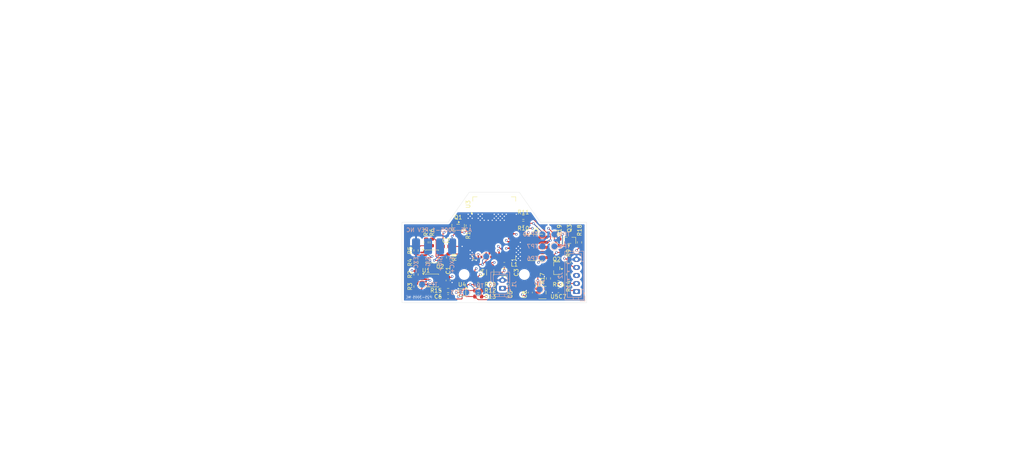
<source format=kicad_pcb>
(kicad_pcb
	(version 20241229)
	(generator "pcbnew")
	(generator_version "9.0")
	(general
		(thickness 1.6472)
		(legacy_teardrops no)
	)
	(paper "A4")
	(title_block
		(rev "${REVISION}")
		(company "${COMPANY}")
	)
	(layers
		(0 "F.Cu" signal)
		(4 "In1.Cu" signal)
		(6 "In2.Cu" power)
		(2 "B.Cu" power)
		(9 "F.Adhes" user "F.Adhesive")
		(11 "B.Adhes" user "B.Adhesive")
		(13 "F.Paste" user)
		(15 "B.Paste" user)
		(5 "F.SilkS" user "F.Silkscreen")
		(7 "B.SilkS" user "B.Silkscreen")
		(1 "F.Mask" user)
		(3 "B.Mask" user)
		(17 "Dwgs.User" user "AssyTitlePage")
		(19 "Cmts.User" user "User.Comments")
		(21 "Eco1.User" user "F.DNP")
		(23 "Eco2.User" user "B.DNP")
		(25 "Edge.Cuts" user)
		(27 "Margin" user)
		(31 "F.CrtYd" user "F.Courtyard")
		(29 "B.CrtYd" user "B.Courtyard")
		(35 "F.Fab" user)
		(33 "B.Fab" user)
		(39 "User.1" user "DrillMap")
		(41 "User.2" front "F.TestPoint")
		(43 "User.3" back "B.TestPoint")
		(45 "User.4" front "F.AssemblyText")
		(47 "User.5" back "B.AssemblyText")
		(49 "User.6" front "F.Dimensions")
		(51 "User.7" back "B.Dimensions")
		(53 "User.8" front "F.TestPointList")
		(55 "User.9" back "B.TestPointList")
	)
	(setup
		(stackup
			(layer "F.SilkS"
				(type "Top Silk Screen")
				(color "White")
			)
			(layer "F.Paste"
				(type "Top Solder Paste")
			)
			(layer "F.Mask"
				(type "Top Solder Mask")
				(color "Green")
				(thickness 0.0305)
			)
			(layer "F.Cu"
				(type "copper")
				(thickness 0.035)
			)
			(layer "dielectric 1"
				(type "prepreg")
				(color "FR4 natural")
				(thickness 0.2104)
				(material "FR4")
				(epsilon_r 4.4)
				(loss_tangent 0.02)
			)
			(layer "In1.Cu"
				(type "copper")
				(thickness 0.0152)
			)
			(layer "dielectric 2"
				(type "core")
				(color "FR4 natural")
				(thickness 1.065)
				(material "FR4")
				(epsilon_r 4.6)
				(loss_tangent 0.02)
			)
			(layer "In2.Cu"
				(type "copper")
				(thickness 0.0152)
			)
			(layer "dielectric 3"
				(type "prepreg")
				(color "FR4 natural")
				(thickness 0.2104)
				(material "FR4")
				(epsilon_r 4.4)
				(loss_tangent 0.02)
			)
			(layer "B.Cu"
				(type "copper")
				(thickness 0.035)
			)
			(layer "B.Mask"
				(type "Bottom Solder Mask")
				(color "Green")
				(thickness 0.0305)
			)
			(layer "B.Paste"
				(type "Bottom Solder Paste")
			)
			(layer "B.SilkS"
				(type "Bottom Silk Screen")
				(color "White")
			)
			(copper_finish "HAL SnPb")
			(dielectric_constraints no)
		)
		(pad_to_mask_clearance 0)
		(allow_soldermask_bridges_in_footprints no)
		(tenting front back)
		(aux_axis_origin 125 100)
		(pcbplotparams
			(layerselection 0x00000000_00000000_55555555_5755f5ff)
			(plot_on_all_layers_selection 0x00000000_00000000_00000000_00000000)
			(disableapertmacros no)
			(usegerberextensions no)
			(usegerberattributes yes)
			(usegerberadvancedattributes yes)
			(creategerberjobfile yes)
			(dashed_line_dash_ratio 12.000000)
			(dashed_line_gap_ratio 3.000000)
			(svgprecision 4)
			(plotframeref no)
			(mode 1)
			(useauxorigin no)
			(hpglpennumber 1)
			(hpglpenspeed 20)
			(hpglpendiameter 15.000000)
			(pdf_front_fp_property_popups yes)
			(pdf_back_fp_property_popups yes)
			(pdf_metadata yes)
			(pdf_single_document no)
			(dxfpolygonmode yes)
			(dxfimperialunits yes)
			(dxfusepcbnewfont yes)
			(psnegative no)
			(psa4output no)
			(plot_black_and_white yes)
			(sketchpadsonfab no)
			(plotpadnumbers no)
			(hidednponfab no)
			(sketchdnponfab yes)
			(crossoutdnponfab yes)
			(subtractmaskfromsilk no)
			(outputformat 1)
			(mirror no)
			(drillshape 1)
			(scaleselection 1)
			(outputdirectory "")
		)
	)
	(property "ASSEMBLY_NAME" "Assembly Name")
	(property "ASSEMBLY_NOTES" "")
	(property "ASSEMBLY_NUMBER" "A99-9000")
	(property "ASSEMBLY_SCALE" "1")
	(property "COMPANY" "Asymworks, LLC")
	(property "DESIGNER" "JPK")
	(property "DWG_NUMBER_PCB" "P99-9000")
	(property "DWG_NUMBER_SCH" "S99-9000")
	(property "DWG_TITLE_ASSY" "PCB Assembly, Assembly Name")
	(property "DWG_TITLE_PCB" "PCB, Assembly Name")
	(property "DWG_TITLE_SCH" "Schematic, Assembly Name")
	(property "FABRICATION_NOTES" "FABRICATION NOTES (UNLESS OTHERWISE SPECIFIED)\n\n1)	FABRICATE PER IPC-6012A CLASS 2.\n\n2)	OUTLINE DEFINED IN SEPARATE GERBER FILE WITH\n	\"Edge_Cuts.GBR\" SUFFIX.\n\n3)	SEE SEPARATE DRILL FILES WITH \".DRL\" SUFFIX \n	FOR HOLE LOCATIONS.\n\n	SELECTED HOLE LOCATIONS SHOWN ON THIS DRAWING \n	FOR REFERENCE ONLY.\n\n4)	SURFACE FINISH: HAL SNPB\n\n5)	SOLDERMASK ON BOTH SIDES OF THE BOARD SHALL \n	BE LPI, COLOR GREEN.\n\n6)	SILK SCREEN LEGEND TO BE APPLIED PER LAYER \n	STACKUP USING WHITE NON-CONDUCTIVE EPOXY INK.\n\n7)	ALL VIAS ARE TENTED ON BOTH SIDES UNLESS \n	SOLDERMASK OPENED IN GERBER.\n\n8)	RESERVED\n\n9)	PCB MATERIAL REQUIREMENTS:\n\n	A.	FLAMMABILITY RATING MUST MEET OR EXCEED \n		UL94V-0 REQUIREMENTS.\n	B.	Tg 135 C OR EQUIVALENT.\n\n10)	DESIGN GEOMETRY MINIMUM FEATURE SIZES:\n\n	BOARD SIZE				46.000 × 27.500 mm\n	BOARD THICKNESS		1.647 mm\n	TRACE WIDTH			0.100 mm\n	TRACE TO TRACE		0.200 mm\n	MIN. HOLE (PTH)			0.300 mm\n	MIN. HOLE (NPTH)		2.200 mm\n	ANNULAR RING			0.150 mm\n	COPPER TO HOLE		0.250 mm\n	COPPER TO EDGE		0.500 mm\n	HOLE TO HOLE			0.250 mm\n\n11)	ALL DIMENSIONS ARE IN MILLIMETERS UNLESS OTHERWISE\n	SPECIFIED.")
	(property "GIT_HASH" "c00f1ce")
	(property "GIT_HASH_PCB" "1fa3de1")
	(property "GIT_HASH_SCH" "8e94e7b")
	(property "GIT_URL" "/jkrauss/Test_4")
	(property "PROJECT_CODE" "P99")
	(property "RELEASE_DATE" "2026-03-06")
	(property "RELEASE_STATE" "WORKING")
	(property "REVISION" "NO_TAG+ (Unreleased)")
	(property "SCALE" "2:1")
	(property "SCHEMATIC_NOTES" "Unless otherwise specified, components Values are in ohms, µF, and µH.")
	(property "SHEET_NAME_01" "Cover Page")
	(property "SHEET_NAME_02" "Block Diagram")
	(property "SHEET_NAME_03" "Project Architecture")
	(property "SHEET_NAME_04" "Load Cell Amp")
	(property "SHEET_NAME_05" "BLE Controller")
	(property "SHEET_NAME_06" "Power and Interface")
	(property "SHEET_NAME_07" "Parts List")
	(property "SHEET_NAME_08" "......................................")
	(property "SHEET_NAME_09" "......................................")
	(property "SHEET_NAME_10" "......................................")
	(property "SHEET_NAME_11" "......................................")
	(property "SHEET_NAME_12" "......................................")
	(property "SHEET_NAME_13" "......................................")
	(property "SHEET_NAME_14" "......................................")
	(property "SHEET_NAME_15" "......................................")
	(property "SHEET_NAME_16" "......................................")
	(property "SHEET_NAME_17" "......................................")
	(property "SHEET_NAME_18" "......................................")
	(property "SHEET_NAME_19" "......................................")
	(property "SHEET_NAME_20" "......................................")
	(property "STATE" "TEMPLATE")
	(property "VARIANT" "")
	(net 0 "")
	(net 1 "GND")
	(net 2 "+3.3V")
	(net 3 "VDD")
	(net 4 "Net-(J1-Pin_1)")
	(net 5 "Net-(U4-VDD)")
	(net 6 "VBUS")
	(net 7 "/Project Architecture/Power and Interface/CHARGE_LED_IO")
	(net 8 "/Project Architecture/Power and Interface/PAIR_LED_IO")
	(net 9 "/Project Architecture/BLE Controller/~{PAIR_SW}")
	(net 10 "/Project Architecture/Power and Interface/SWDIO")
	(net 11 "unconnected-(J3-SWO{slash}TDO-Pad6)")
	(net 12 "/Project Architecture/Power and Interface/SWDCLK")
	(net 13 "/Project Architecture/Power and Interface/~{RESET}")
	(net 14 "unconnected-(J3-NC{slash}TDI-Pad8)")
	(net 15 "unconnected-(J3-KEY-Pad7)")
	(net 16 "Net-(U3-DCCH)")
	(net 17 "/Project Architecture/BLE Controller/~{LOAD_CELL_EN}")
	(net 18 "/Project Architecture/Load Cell Amp/EXC+")
	(net 19 "Net-(Q2-S)")
	(net 20 "/Project Architecture/Power and Interface/STAT")
	(net 21 "Net-(Q3-S)")
	(net 22 "/Project Architecture/BLE Controller/~{PAIR_LED}")
	(net 23 "Net-(U1A-+)")
	(net 24 "Net-(U1A--)")
	(net 25 "Net-(U2A--)")
	(net 26 "Net-(R5-Pad1)")
	(net 27 "Net-(U2B--)")
	(net 28 "/Project Architecture/BLE Controller/LOAD_CELL")
	(net 29 "Net-(U3-SWDIO)")
	(net 30 "Net-(U3-SWDCLK)")
	(net 31 "/Project Architecture/BLE Controller/SDA")
	(net 32 "/Project Architecture/BLE Controller/SCL")
	(net 33 "Net-(U4-BIN)")
	(net 34 "Net-(U5-PROG)")
	(net 35 "/Project Architecture/BLE Controller/~{BATT_INT}")
	(net 36 "Net-(U1B--)")
	(net 37 "/Project Architecture/Load Cell Amp/SIG-")
	(net 38 "/Project Architecture/Load Cell Amp/SIG+")
	(net 39 "unconnected-(U3-P0.01-Pad18)")
	(net 40 "unconnected-(U3-D--Pad34)")
	(net 41 "unconnected-(U3-P0.08-Pad24)")
	(net 42 "unconnected-(U3-P1.15-Pad8)")
	(net 43 "unconnected-(U3-P0.10-Pad54)")
	(net 44 "unconnected-(U3-P0.28-Pad13)")
	(net 45 "unconnected-(U3-P0.16-Pad38)")
	(net 46 "unconnected-(U3-P1.00-Pad47)")
	(net 47 "unconnected-(U3-P1.03-Pad60)")
	(net 48 "unconnected-(U3-P1.06-Pad57)")
	(net 49 "unconnected-(U3-P0.23-Pad45)")
	(net 50 "unconnected-(U3-P0.02-Pad11)")
	(net 51 "unconnected-(U3-P0.26-Pad19)")
	(net 52 "unconnected-(U3-P1.12-Pad5)")
	(net 53 "unconnected-(U3-P0.17-Pad41)")
	(net 54 "unconnected-(U3-P1.09-Pad26)")
	(net 55 "unconnected-(U3-P0.13-Pad37)")
	(net 56 "unconnected-(U3-P0.00-Pad17)")
	(net 57 "unconnected-(U3-P1.10-Pad3)")
	(net 58 "unconnected-(U3-P0.06-Pad22)")
	(net 59 "unconnected-(U3-P0.15-Pad39)")
	(net 60 "unconnected-(U3-P0.05-Pad21)")
	(net 61 "unconnected-(U3-P0.22-Pad46)")
	(net 62 "unconnected-(U3-P1.07-Pad58)")
	(net 63 "unconnected-(U3-P1.04-Pad56)")
	(net 64 "unconnected-(U3-D+-Pad35)")
	(net 65 "unconnected-(U3-P0.19-Pad42)")
	(net 66 "unconnected-(U3-VBUS-Pad32)")
	(net 67 "unconnected-(U3-P1.08-Pad25)")
	(net 68 "unconnected-(U3-P0.07-Pad23)")
	(net 69 "unconnected-(U3-P1.05-Pad59)")
	(net 70 "unconnected-(U3-P0.09-Pad52)")
	(net 71 "unconnected-(U3-P1.13-Pad6)")
	(net 72 "unconnected-(U3-P0.29-Pad10)")
	(net 73 "unconnected-(U3-P1.14-Pad7)")
	(net 74 "unconnected-(U3-P0.21-Pad43)")
	(net 75 "unconnected-(U3-P0.25-Pad49)")
	(net 76 "unconnected-(U3-P0.24-Pad48)")
	(net 77 "unconnected-(U3-P0.03-Pad9)")
	(net 78 "unconnected-(U3-P0.31-Pad12)")
	(net 79 "unconnected-(U3-P0.30-Pad14)")
	(net 80 "unconnected-(U3-P1.01-Pad61)")
	(footprint "Capacitor_SMD:C_0603_1608Metric" (layer "F.Cu") (at 136 86))
	(footprint "Resistor_SMD:R_0603_1608Metric" (layer "F.Cu") (at 166.5 90 -90))
	(footprint "Resistor_SMD:R_0603_1608Metric" (layer "F.Cu") (at 155.25 78.75 180))
	(footprint "Resistor_SMD:R_0603_1608Metric" (layer "F.Cu") (at 132.5 85 -90))
	(footprint "Resistor_SMD:R_0603_1608Metric" (layer "F.Cu") (at 144 98.5 180))
	(footprint "Resistor_SMD:R_0603_1608Metric" (layer "F.Cu") (at 169.25 85 -90))
	(footprint "Resistor_SMD:R_0603_1608Metric" (layer "F.Cu") (at 128.5 87 -90))
	(footprint "Capacitor_SMD:C_0603_1608Metric" (layer "F.Cu") (at 157 97.5 90))
	(footprint "MountingHole:MountingHole_2.2mm_M2_ISO7380" (layer "F.Cu") (at 140.5 93))
	(footprint "Package_BGA:Texas_DSBGA-9_1.62x1.58mm_Layout3x3_P0.5mm" (layer "F.Cu") (at 140 97.5 -90))
	(footprint "Resistor_SMD:R_0603_1608Metric" (layer "F.Cu") (at 128.5 93 90))
	(footprint "Resistor_SMD:R_0603_1608Metric" (layer "F.Cu") (at 164.25 85 -90))
	(footprint "RF_Module:Raytac_MDBT50Q" (layer "F.Cu") (at 148 81.5))
	(footprint "Resistor_SMD:R_0603_1608Metric" (layer "F.Cu") (at 161.5 94 90))
	(footprint "Resistor_SMD:R_0603_1608Metric" (layer "F.Cu") (at 128.5 96 90))
	(footprint "Resistor_SMD:R_0603_1608Metric" (layer "F.Cu") (at 144 95.5 180))
	(footprint "Package_TO_SOT_SMD:SOT-23-5" (layer "F.Cu") (at 160 97.5))
	(footprint "Resistor_SMD:R_0603_1608Metric" (layer "F.Cu") (at 144 97 180))
	(footprint "Capacitor_SMD:C_0603_1608Metric" (layer "F.Cu") (at 152 95.5 90))
	(footprint "Inductor_SMD:L_0603_1608Metric" (layer "F.Cu") (at 150.5 90.5))
	(footprint "Capacitor_SMD:C_1206_3216Metric" (layer "F.Cu") (at 147 92.5 -90))
	(footprint "MountingHole:MountingHole_2.2mm_M2_ISO7380" (layer "F.Cu") (at 155.5 93))
	(footprint "Resistor_SMD:R_0603_1608Metric" (layer "F.Cu") (at 136.6125 88.725 -90))
	(footprint "Package_TO_SOT_SMD:SOT-23" (layer "F.Cu") (at 163.5625 91.45 180))
	(footprint "Capacitor_SMD:C_0603_1608Metric" (layer "F.Cu") (at 136.5 98.5 180))
	(footprint "Capacitor_SMD:C_1206_3216Metric" (layer "F.Cu") (at 150.5 92.5))
	(footprint "Package_TO_SOT_SMD:SOT-23" (layer "F.Cu") (at 139 81.25 -90))
	(footprint "Package_TO_SOT_SMD:SOT-23" (layer "F.Cu") (at 166.75 84.5 90))
	(footprint "Package_SO:MSOP-8_3x3mm_P0.65mm" (layer "F.Cu") (at 132.5 88.5))
	(footprint "Resistor_SMD:R_0603_1608Metric" (layer "F.Cu") (at 166.5 93 -90))
	(footprint "Capacitor_SMD:C_0603_1608Metric" (layer "F.Cu") (at 164 97 180))
	(footprint "Connector_PinHeader_1.27mm:PinHeader_2x05_P1.27mm_Vertical_SMD" (layer "F.Cu") (at 158.25 86.25))
	(footprint "Capacitor_SMD:C_0603_1608Metric" (layer "F.Cu") (at 136.5 94.5 -90))
	(footprint "Resistor_SMD:R_0603_1608Metric" (layer "F.Cu") (at 128.5 90 -90))
	(footprint "Resistor_SMD:R_0603_1608Metric" (layer "F.Cu") (at 141.5 80.825 90))
	(footprint "Resistor_SMD:R_0603_1608Metric" (layer "F.Cu") (at 164 94))
	(footprint "Resistor_SMD:R_0603_1608Metric"
		(layer "F.Cu")
		(uuid "f6bb0c6b-59de-43b0-a815-5c52eac18117")
		(at 131 85 -90)
		(descr "Resistor SMD 0603 (1608 Metric), square (rectangular) end terminal, IPC-7351 nominal, (Body size source: IPC-SM-782 page 72, https://www.pcb-3d.com/wordpress/wp-content/uploads/ipc-sm-782a_amendment_1_and_2.pdf), generated with kicad-footprint-generator")
		(tags "resistor")
		(property "Reference" "R7"
			(at -2.5 0 90)
			(layer "F.SilkS")
			(uuid "d13ebb5d-e1e9-4859-b40e-586f56a66b47")
			(effects
				(font
					(size 1 1)
					(thickness 0.15)
				)
			)
		)
		(property "Value" "51k"
			(at 0 1.43 90)
			(layer "F.Fab")
			(hide yes)
			(uuid "47335070-52e4-464a-8057-916c5915b133")
			(effects
				(font
					(size 1 1)
					(thickness 0.15)
				)
			)
		)
		(property "Datasheet" "https://www.royalohm.com/assets/pdf/products/smd/1.pdf"
			(at 0 0 90)
			(layer "F.Fab")
			(hide yes)
			(uuid "de658f9c-6a20-4ea2-9e47-c6b3ac59661d")
			(effects
				(font
					(size 1.27 1.27)
					(thickness 0.15)
				)
			)
		)
		(property "Description" "Resistor, US symbol"
			(at 0 0 90)
			(layer "F.Fab")
			(hide yes)
			(uuid "fb493402-d8aa-4692-882e-3580524d635a")
			(effects
				(font
					(size 1.27 1.27)
					(thickness 0.15)
				)
			)
		)
		(property "Manufacturer" "Uni-Royal"
			(at 0 0 270)
			(unlocked yes)
			(layer "F.Fab")
			(hide yes)
			(uuid "46b597f5-e60f-4a13-b471-4efe49fd098d")
			(effects
				(font
					(size 1 1)
					(thickness 0.15)
				)
			)
		)
		(property "Manufacturer PN" "0603WAF5102T5E"
			(at 0 0 270)
			(unlocked yes)
			(layer "F.Fab")
			(hide yes)
			(uuid "011aea9e-2e76-4f07-bf83-422b6a55a55e")
			(effects
				(font
					(size 1 1)
					(thickness 0.15)
				)
			)
		)
		(property "LCSC" "C23196"
			(at 0 0 270)
			(unlocked yes)
			(layer "F.Fab")
			(hide yes)
			(uuid "637cd45e-97f0-4b1a-afcd-140f2702925f")
			(effects
				(font
					(size 1 1)
					(thickness 0.15)
				)
			)
		)
		(property ki_fp_filters "R_*")
		(path "/f6afef58-d841-4ad6-baf9-746b0a35f011/a5aa3c11-5084-4ea5-9da5-c9ff4a86f01f/9aa9887d-8762-4334-9cd6-b0b1bb251699")
		(sheetname "/Project Architecture/Load Cell Amp/")
		(sheetfile "Load_Cell_Amp.kicad_sch")
		(attr smd)
		(fp_line
			(start -0.237258 0.5225)
			(end 0.237258 0.5225)
			(stroke
				(width 0.12)
				(type solid
... [1141402 chars truncated]
</source>
